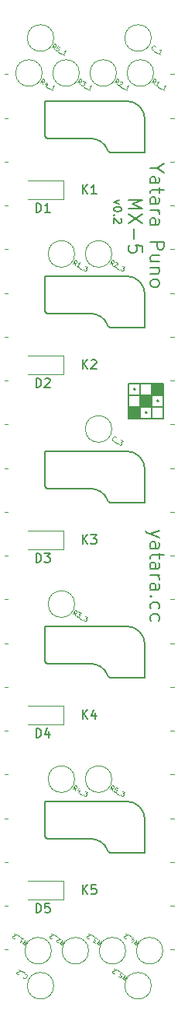
<source format=gto>
%TF.GenerationSoftware,KiCad,Pcbnew,5.0.0+dfsg1-2*%
%TF.CreationDate,2019-02-10T19:22:37+01:00*%
%TF.ProjectId,yatara-puno-mx-5,7961746172612D70756E6F2D6D782D35,0.2*%
%TF.SameCoordinates,Original*%
%TF.FileFunction,Legend,Top*%
%TF.FilePolarity,Positive*%
%FSLAX46Y46*%
G04 Gerber Fmt 4.6, Leading zero omitted, Abs format (unit mm)*
G04 Created by KiCad (PCBNEW 5.0.0+dfsg1-2) date Sun Feb 10 19:22:37 2019*
%MOMM*%
%LPD*%
G01*
G04 APERTURE LIST*
%ADD10C,0.100000*%
%ADD11C,0.200000*%
%ADD12C,0.150000*%
%ADD13C,0.120000*%
%ADD14C,0.125000*%
G04 APERTURE END LIST*
D10*
X83250000Y-33525000D02*
X82890000Y-33525000D01*
X83250000Y-38287500D02*
X82890000Y-38287500D01*
X83250000Y-43050000D02*
X82890000Y-43050000D01*
X83250000Y-47812500D02*
X82890000Y-47812500D01*
X83250000Y-52575000D02*
X82890000Y-52575000D01*
X83250000Y-57337500D02*
X82890000Y-57337500D01*
X83250000Y-62100000D02*
X82890000Y-62100000D01*
X83250000Y-66862500D02*
X82890000Y-66862500D01*
X83250000Y-71625000D02*
X82890000Y-71625000D01*
X83250000Y-76387500D02*
X82890000Y-76387500D01*
X83250000Y-81150000D02*
X82890000Y-81150000D01*
X83250000Y-85912500D02*
X82890000Y-85912500D01*
X83250000Y-90675000D02*
X82890000Y-90675000D01*
X83250000Y-95437500D02*
X82890000Y-95437500D01*
X83250000Y-100200000D02*
X82890000Y-100200000D01*
X83250000Y-104962500D02*
X82890000Y-104962500D01*
X83250000Y-109725000D02*
X82890000Y-109725000D01*
X83250000Y-114487500D02*
X82890000Y-114487500D01*
X83250000Y-119250000D02*
X82890000Y-119250000D01*
X83250000Y-124012500D02*
X82890000Y-124012500D01*
X83250000Y-128775000D02*
X82890000Y-128775000D01*
X64750000Y-33525000D02*
X65110000Y-33525000D01*
X64750000Y-38287500D02*
X65110000Y-38287500D01*
X64750000Y-43050000D02*
X65110000Y-43050000D01*
X64750000Y-47812500D02*
X65110000Y-47812500D01*
X64750000Y-52575000D02*
X65110000Y-52575000D01*
X64750000Y-57337500D02*
X65110000Y-57337500D01*
X64750000Y-62100000D02*
X65110000Y-62100000D01*
X64750000Y-66862500D02*
X65110000Y-66862500D01*
X64750000Y-71625000D02*
X65110000Y-71625000D01*
X64750000Y-76387500D02*
X65110000Y-76387500D01*
X64750000Y-81150000D02*
X65110000Y-81150000D01*
X64750000Y-85912500D02*
X65110000Y-85912500D01*
X64750000Y-90675000D02*
X65110000Y-90675000D01*
X64750000Y-95437500D02*
X65110000Y-95437500D01*
X64750000Y-100200000D02*
X65110000Y-100200000D01*
X64750000Y-104962500D02*
X65110000Y-104962500D01*
X64750000Y-109725000D02*
X65110000Y-109725000D01*
X64750000Y-114487500D02*
X65110000Y-114487500D01*
X64750000Y-119250000D02*
X65110000Y-119250000D01*
X64750000Y-124012500D02*
X65110000Y-124012500D01*
X64750000Y-128775000D02*
X65110000Y-128775000D01*
D11*
X78274428Y-47177857D02*
X79774428Y-47177857D01*
X78703000Y-47677857D01*
X79774428Y-48177857D01*
X78274428Y-48177857D01*
X79774428Y-48749285D02*
X78274428Y-49749285D01*
X79774428Y-49749285D02*
X78274428Y-48749285D01*
X78845857Y-50320714D02*
X78845857Y-51463571D01*
X79774428Y-52892142D02*
X79774428Y-52177857D01*
X79060142Y-52106428D01*
X79131571Y-52177857D01*
X79203000Y-52320714D01*
X79203000Y-52677857D01*
X79131571Y-52820714D01*
X79060142Y-52892142D01*
X78917285Y-52963571D01*
X78560142Y-52963571D01*
X78417285Y-52892142D01*
X78345857Y-52820714D01*
X78274428Y-52677857D01*
X78274428Y-52320714D01*
X78345857Y-52177857D01*
X78417285Y-52106428D01*
X81687428Y-83206428D02*
X80687428Y-83563571D01*
X81687428Y-83920714D02*
X80687428Y-83563571D01*
X80330285Y-83420714D01*
X80258857Y-83349285D01*
X80187428Y-83206428D01*
X80687428Y-85135000D02*
X81473142Y-85135000D01*
X81616000Y-85063571D01*
X81687428Y-84920714D01*
X81687428Y-84635000D01*
X81616000Y-84492142D01*
X80758857Y-85135000D02*
X80687428Y-84992142D01*
X80687428Y-84635000D01*
X80758857Y-84492142D01*
X80901714Y-84420714D01*
X81044571Y-84420714D01*
X81187428Y-84492142D01*
X81258857Y-84635000D01*
X81258857Y-84992142D01*
X81330285Y-85135000D01*
X81687428Y-85635000D02*
X81687428Y-86206428D01*
X82187428Y-85849285D02*
X80901714Y-85849285D01*
X80758857Y-85920714D01*
X80687428Y-86063571D01*
X80687428Y-86206428D01*
X80687428Y-87349285D02*
X81473142Y-87349285D01*
X81616000Y-87277857D01*
X81687428Y-87135000D01*
X81687428Y-86849285D01*
X81616000Y-86706428D01*
X80758857Y-87349285D02*
X80687428Y-87206428D01*
X80687428Y-86849285D01*
X80758857Y-86706428D01*
X80901714Y-86635000D01*
X81044571Y-86635000D01*
X81187428Y-86706428D01*
X81258857Y-86849285D01*
X81258857Y-87206428D01*
X81330285Y-87349285D01*
X80687428Y-88063571D02*
X81687428Y-88063571D01*
X81401714Y-88063571D02*
X81544571Y-88135000D01*
X81616000Y-88206428D01*
X81687428Y-88349285D01*
X81687428Y-88492142D01*
X80687428Y-89635000D02*
X81473142Y-89635000D01*
X81616000Y-89563571D01*
X81687428Y-89420714D01*
X81687428Y-89135000D01*
X81616000Y-88992142D01*
X80758857Y-89635000D02*
X80687428Y-89492142D01*
X80687428Y-89135000D01*
X80758857Y-88992142D01*
X80901714Y-88920714D01*
X81044571Y-88920714D01*
X81187428Y-88992142D01*
X81258857Y-89135000D01*
X81258857Y-89492142D01*
X81330285Y-89635000D01*
X80830285Y-90349285D02*
X80758857Y-90420714D01*
X80687428Y-90349285D01*
X80758857Y-90277857D01*
X80830285Y-90349285D01*
X80687428Y-90349285D01*
X80758857Y-91706428D02*
X80687428Y-91563571D01*
X80687428Y-91277857D01*
X80758857Y-91135000D01*
X80830285Y-91063571D01*
X80973142Y-90992142D01*
X81401714Y-90992142D01*
X81544571Y-91063571D01*
X81616000Y-91135000D01*
X81687428Y-91277857D01*
X81687428Y-91563571D01*
X81616000Y-91706428D01*
X80758857Y-92992142D02*
X80687428Y-92849285D01*
X80687428Y-92563571D01*
X80758857Y-92420714D01*
X80830285Y-92349285D01*
X80973142Y-92277857D01*
X81401714Y-92277857D01*
X81544571Y-92349285D01*
X81616000Y-92420714D01*
X81687428Y-92563571D01*
X81687428Y-92849285D01*
X81616000Y-92992142D01*
D12*
X77240857Y-47213071D02*
X76640857Y-47427357D01*
X77240857Y-47641642D01*
X77540857Y-48155928D02*
X77540857Y-48241642D01*
X77498000Y-48327357D01*
X77455142Y-48370214D01*
X77369428Y-48413071D01*
X77198000Y-48455928D01*
X76983714Y-48455928D01*
X76812285Y-48413071D01*
X76726571Y-48370214D01*
X76683714Y-48327357D01*
X76640857Y-48241642D01*
X76640857Y-48155928D01*
X76683714Y-48070214D01*
X76726571Y-48027357D01*
X76812285Y-47984500D01*
X76983714Y-47941642D01*
X77198000Y-47941642D01*
X77369428Y-47984500D01*
X77455142Y-48027357D01*
X77498000Y-48070214D01*
X77540857Y-48155928D01*
X76726571Y-48841642D02*
X76683714Y-48884500D01*
X76640857Y-48841642D01*
X76683714Y-48798785D01*
X76726571Y-48841642D01*
X76640857Y-48841642D01*
X77455142Y-49227357D02*
X77498000Y-49270214D01*
X77540857Y-49355928D01*
X77540857Y-49570214D01*
X77498000Y-49655928D01*
X77455142Y-49698785D01*
X77369428Y-49741642D01*
X77283714Y-49741642D01*
X77155142Y-49698785D01*
X76640857Y-49184500D01*
X76640857Y-49741642D01*
D11*
X81401714Y-43749285D02*
X80687428Y-43749285D01*
X82187428Y-43249285D02*
X81401714Y-43749285D01*
X82187428Y-44249285D01*
X80687428Y-45392142D02*
X81473142Y-45392142D01*
X81616000Y-45320714D01*
X81687428Y-45177857D01*
X81687428Y-44892142D01*
X81616000Y-44749285D01*
X80758857Y-45392142D02*
X80687428Y-45249285D01*
X80687428Y-44892142D01*
X80758857Y-44749285D01*
X80901714Y-44677857D01*
X81044571Y-44677857D01*
X81187428Y-44749285D01*
X81258857Y-44892142D01*
X81258857Y-45249285D01*
X81330285Y-45392142D01*
X81687428Y-45892142D02*
X81687428Y-46463571D01*
X82187428Y-46106428D02*
X80901714Y-46106428D01*
X80758857Y-46177857D01*
X80687428Y-46320714D01*
X80687428Y-46463571D01*
X80687428Y-47606428D02*
X81473142Y-47606428D01*
X81616000Y-47535000D01*
X81687428Y-47392142D01*
X81687428Y-47106428D01*
X81616000Y-46963571D01*
X80758857Y-47606428D02*
X80687428Y-47463571D01*
X80687428Y-47106428D01*
X80758857Y-46963571D01*
X80901714Y-46892142D01*
X81044571Y-46892142D01*
X81187428Y-46963571D01*
X81258857Y-47106428D01*
X81258857Y-47463571D01*
X81330285Y-47606428D01*
X80687428Y-48320714D02*
X81687428Y-48320714D01*
X81401714Y-48320714D02*
X81544571Y-48392142D01*
X81616000Y-48463571D01*
X81687428Y-48606428D01*
X81687428Y-48749285D01*
X80687428Y-49892142D02*
X81473142Y-49892142D01*
X81616000Y-49820714D01*
X81687428Y-49677857D01*
X81687428Y-49392142D01*
X81616000Y-49249285D01*
X80758857Y-49892142D02*
X80687428Y-49749285D01*
X80687428Y-49392142D01*
X80758857Y-49249285D01*
X80901714Y-49177857D01*
X81044571Y-49177857D01*
X81187428Y-49249285D01*
X81258857Y-49392142D01*
X81258857Y-49749285D01*
X81330285Y-49892142D01*
X80687428Y-51749285D02*
X82187428Y-51749285D01*
X82187428Y-52320714D01*
X82116000Y-52463571D01*
X82044571Y-52535000D01*
X81901714Y-52606428D01*
X81687428Y-52606428D01*
X81544571Y-52535000D01*
X81473142Y-52463571D01*
X81401714Y-52320714D01*
X81401714Y-51749285D01*
X81687428Y-53892142D02*
X80687428Y-53892142D01*
X81687428Y-53249285D02*
X80901714Y-53249285D01*
X80758857Y-53320714D01*
X80687428Y-53463571D01*
X80687428Y-53677857D01*
X80758857Y-53820714D01*
X80830285Y-53892142D01*
X81687428Y-54606428D02*
X80687428Y-54606428D01*
X81544571Y-54606428D02*
X81616000Y-54677857D01*
X81687428Y-54820714D01*
X81687428Y-55035000D01*
X81616000Y-55177857D01*
X81473142Y-55249285D01*
X80687428Y-55249285D01*
X80687428Y-56177857D02*
X80758857Y-56035000D01*
X80830285Y-55963571D01*
X80973142Y-55892142D01*
X81401714Y-55892142D01*
X81544571Y-55963571D01*
X81616000Y-56035000D01*
X81687428Y-56177857D01*
X81687428Y-56392142D01*
X81616000Y-56535000D01*
X81544571Y-56606428D01*
X81401714Y-56677857D01*
X80973142Y-56677857D01*
X80830285Y-56606428D01*
X80758857Y-56535000D01*
X80687428Y-56392142D01*
X80687428Y-56177857D01*
D13*
X71170000Y-47098000D02*
X67270000Y-47098000D01*
X71170000Y-45098000D02*
X67270000Y-45098000D01*
X71170000Y-47098000D02*
X71170000Y-45098000D01*
X71170000Y-66148000D02*
X67270000Y-66148000D01*
X71170000Y-64148000D02*
X67270000Y-64148000D01*
X71170000Y-66148000D02*
X71170000Y-64148000D01*
X71170000Y-85198000D02*
X67270000Y-85198000D01*
X71170000Y-83198000D02*
X67270000Y-83198000D01*
X71170000Y-85198000D02*
X71170000Y-83198000D01*
X71170000Y-104248000D02*
X67270000Y-104248000D01*
X71170000Y-102248000D02*
X67270000Y-102248000D01*
X71170000Y-104248000D02*
X71170000Y-102248000D01*
X71170000Y-123298000D02*
X67270000Y-123298000D01*
X71170000Y-121298000D02*
X67270000Y-121298000D01*
X71170000Y-123298000D02*
X71170000Y-121298000D01*
X72910000Y-33398000D02*
G75*
G03X72910000Y-33398000I-1450000J0D01*
G01*
X68846000Y-33398000D02*
G75*
G03X68846000Y-33398000I-1450000J0D01*
G01*
X81038000Y-33398000D02*
G75*
G03X81038000Y-33398000I-1450000J0D01*
G01*
X76974000Y-33398000D02*
G75*
G03X76974000Y-33398000I-1450000J0D01*
G01*
X72402000Y-110233000D02*
G75*
G03X72402000Y-110233000I-1450000J0D01*
G01*
X80784000Y-132712000D02*
G75*
G03X80784000Y-132712000I-1450000J0D01*
G01*
X76466000Y-110233000D02*
G75*
G03X76466000Y-110233000I-1450000J0D01*
G01*
X70116000Y-29588000D02*
G75*
G03X70116000Y-29588000I-1450000J0D01*
G01*
D12*
X78064000Y-112646000D02*
X69174000Y-112646000D01*
X69174000Y-112646000D02*
X69174000Y-116456000D01*
X80096000Y-118234000D02*
X80096000Y-114678000D01*
X78064000Y-112646000D02*
G75*
G02X80096000Y-114678000I0J-2032000D01*
G01*
X80096000Y-118234000D02*
X76286000Y-118234000D01*
X74127000Y-116710000D02*
X69428000Y-116710000D01*
X69428000Y-116710000D02*
G75*
G02X69174000Y-116456000I0J254000D01*
G01*
X76024035Y-118013796D02*
G75*
G03X74127000Y-116710000I-1897035J-728204D01*
G01*
X76048871Y-118071025D02*
G75*
G03X76286000Y-118234000I237129J91025D01*
G01*
X76048871Y-41871025D02*
G75*
G03X76286000Y-42034000I237129J91025D01*
G01*
X76024035Y-41813796D02*
G75*
G03X74127000Y-40510000I-1897035J-728204D01*
G01*
X69428000Y-40510000D02*
G75*
G02X69174000Y-40256000I0J254000D01*
G01*
X74127000Y-40510000D02*
X69428000Y-40510000D01*
X80096000Y-42034000D02*
X76286000Y-42034000D01*
X78064000Y-36446000D02*
G75*
G02X80096000Y-38478000I0J-2032000D01*
G01*
X80096000Y-42034000D02*
X80096000Y-38478000D01*
X69174000Y-36446000D02*
X69174000Y-40256000D01*
X78064000Y-36446000D02*
X69174000Y-36446000D01*
X78064000Y-93596000D02*
X69174000Y-93596000D01*
X69174000Y-93596000D02*
X69174000Y-97406000D01*
X80096000Y-99184000D02*
X80096000Y-95628000D01*
X78064000Y-93596000D02*
G75*
G02X80096000Y-95628000I0J-2032000D01*
G01*
X80096000Y-99184000D02*
X76286000Y-99184000D01*
X74127000Y-97660000D02*
X69428000Y-97660000D01*
X69428000Y-97660000D02*
G75*
G02X69174000Y-97406000I0J254000D01*
G01*
X76024035Y-98963796D02*
G75*
G03X74127000Y-97660000I-1897035J-728204D01*
G01*
X76048871Y-99021025D02*
G75*
G03X76286000Y-99184000I237129J91025D01*
G01*
X76048871Y-79971025D02*
G75*
G03X76286000Y-80134000I237129J91025D01*
G01*
X76024035Y-79913796D02*
G75*
G03X74127000Y-78610000I-1897035J-728204D01*
G01*
X69428000Y-78610000D02*
G75*
G02X69174000Y-78356000I0J254000D01*
G01*
X74127000Y-78610000D02*
X69428000Y-78610000D01*
X80096000Y-80134000D02*
X76286000Y-80134000D01*
X78064000Y-74546000D02*
G75*
G02X80096000Y-76578000I0J-2032000D01*
G01*
X80096000Y-80134000D02*
X80096000Y-76578000D01*
X69174000Y-74546000D02*
X69174000Y-78356000D01*
X78064000Y-74546000D02*
X69174000Y-74546000D01*
X78064000Y-55496000D02*
X69174000Y-55496000D01*
X69174000Y-55496000D02*
X69174000Y-59306000D01*
X80096000Y-61084000D02*
X80096000Y-57528000D01*
X78064000Y-55496000D02*
G75*
G02X80096000Y-57528000I0J-2032000D01*
G01*
X80096000Y-61084000D02*
X76286000Y-61084000D01*
X74127000Y-59560000D02*
X69428000Y-59560000D01*
X69428000Y-59560000D02*
G75*
G02X69174000Y-59306000I0J254000D01*
G01*
X76024035Y-60863796D02*
G75*
G03X74127000Y-59560000I-1897035J-728204D01*
G01*
X76048871Y-60921025D02*
G75*
G03X76286000Y-61084000I237129J91025D01*
G01*
D13*
X82052000Y-128902000D02*
G75*
G03X82052000Y-128902000I-1450000J0D01*
G01*
X77988000Y-128902000D02*
G75*
G03X77988000Y-128902000I-1450000J0D01*
G01*
X73926000Y-128902000D02*
G75*
G03X73926000Y-128902000I-1450000J0D01*
G01*
X69860000Y-128902000D02*
G75*
G03X69860000Y-128902000I-1450000J0D01*
G01*
X80784000Y-29588000D02*
G75*
G03X80784000Y-29588000I-1450000J0D01*
G01*
X70114000Y-132712000D02*
G75*
G03X70114000Y-132712000I-1450000J0D01*
G01*
X76466000Y-72133000D02*
G75*
G03X76466000Y-72133000I-1450000J0D01*
G01*
X72402000Y-53083000D02*
G75*
G03X72402000Y-53083000I-1450000J0D01*
G01*
X76466000Y-53083000D02*
G75*
G03X76466000Y-53083000I-1450000J0D01*
G01*
X72402000Y-91183000D02*
G75*
G03X72402000Y-91183000I-1450000J0D01*
G01*
D11*
X80323000Y-70355000D02*
G75*
G03X80323000Y-70355000I-100000J0D01*
G01*
X81593000Y-69085000D02*
G75*
G03X81593000Y-69085000I-100000J0D01*
G01*
X79053000Y-67815000D02*
G75*
G03X79053000Y-67815000I-100000J0D01*
G01*
D12*
X82128000Y-69720000D02*
X78318000Y-69720000D01*
X78318000Y-68450000D02*
X82128000Y-68450000D01*
X79588000Y-67180000D02*
X79588000Y-70990000D01*
X80858000Y-67180000D02*
X80858000Y-70990000D01*
X82128000Y-70990000D02*
X82128000Y-67180000D01*
X78318000Y-70990000D02*
X82128000Y-70990000D01*
X78318000Y-67180000D02*
X78318000Y-70990000D01*
X82128000Y-67180000D02*
X78318000Y-67180000D01*
G36*
X79588000Y-69720000D02*
X78318000Y-69720000D01*
X78318000Y-70990000D01*
X79588000Y-70990000D01*
X79588000Y-69720000D01*
G37*
X79588000Y-69720000D02*
X78318000Y-69720000D01*
X78318000Y-70990000D01*
X79588000Y-70990000D01*
X79588000Y-69720000D01*
G36*
X80858000Y-68450000D02*
X79588000Y-68450000D01*
X79588000Y-69720000D01*
X80858000Y-69720000D01*
X80858000Y-68450000D01*
G37*
X80858000Y-68450000D02*
X79588000Y-68450000D01*
X79588000Y-69720000D01*
X80858000Y-69720000D01*
X80858000Y-68450000D01*
G36*
X82128000Y-67180000D02*
X80858000Y-67180000D01*
X80858000Y-68450000D01*
X82128000Y-68450000D01*
X82128000Y-67180000D01*
G37*
X82128000Y-67180000D02*
X80858000Y-67180000D01*
X80858000Y-68450000D01*
X82128000Y-68450000D01*
X82128000Y-67180000D01*
X68181904Y-48550380D02*
X68181904Y-47550380D01*
X68420000Y-47550380D01*
X68562857Y-47598000D01*
X68658095Y-47693238D01*
X68705714Y-47788476D01*
X68753333Y-47978952D01*
X68753333Y-48121809D01*
X68705714Y-48312285D01*
X68658095Y-48407523D01*
X68562857Y-48502761D01*
X68420000Y-48550380D01*
X68181904Y-48550380D01*
X69705714Y-48550380D02*
X69134285Y-48550380D01*
X69420000Y-48550380D02*
X69420000Y-47550380D01*
X69324761Y-47693238D01*
X69229523Y-47788476D01*
X69134285Y-47836095D01*
X68181904Y-67600380D02*
X68181904Y-66600380D01*
X68420000Y-66600380D01*
X68562857Y-66648000D01*
X68658095Y-66743238D01*
X68705714Y-66838476D01*
X68753333Y-67028952D01*
X68753333Y-67171809D01*
X68705714Y-67362285D01*
X68658095Y-67457523D01*
X68562857Y-67552761D01*
X68420000Y-67600380D01*
X68181904Y-67600380D01*
X69134285Y-66695619D02*
X69181904Y-66648000D01*
X69277142Y-66600380D01*
X69515238Y-66600380D01*
X69610476Y-66648000D01*
X69658095Y-66695619D01*
X69705714Y-66790857D01*
X69705714Y-66886095D01*
X69658095Y-67028952D01*
X69086666Y-67600380D01*
X69705714Y-67600380D01*
X68181904Y-86650380D02*
X68181904Y-85650380D01*
X68420000Y-85650380D01*
X68562857Y-85698000D01*
X68658095Y-85793238D01*
X68705714Y-85888476D01*
X68753333Y-86078952D01*
X68753333Y-86221809D01*
X68705714Y-86412285D01*
X68658095Y-86507523D01*
X68562857Y-86602761D01*
X68420000Y-86650380D01*
X68181904Y-86650380D01*
X69086666Y-85650380D02*
X69705714Y-85650380D01*
X69372380Y-86031333D01*
X69515238Y-86031333D01*
X69610476Y-86078952D01*
X69658095Y-86126571D01*
X69705714Y-86221809D01*
X69705714Y-86459904D01*
X69658095Y-86555142D01*
X69610476Y-86602761D01*
X69515238Y-86650380D01*
X69229523Y-86650380D01*
X69134285Y-86602761D01*
X69086666Y-86555142D01*
X68181904Y-105700380D02*
X68181904Y-104700380D01*
X68420000Y-104700380D01*
X68562857Y-104748000D01*
X68658095Y-104843238D01*
X68705714Y-104938476D01*
X68753333Y-105128952D01*
X68753333Y-105271809D01*
X68705714Y-105462285D01*
X68658095Y-105557523D01*
X68562857Y-105652761D01*
X68420000Y-105700380D01*
X68181904Y-105700380D01*
X69610476Y-105033714D02*
X69610476Y-105700380D01*
X69372380Y-104652761D02*
X69134285Y-105367047D01*
X69753333Y-105367047D01*
X68181904Y-124750380D02*
X68181904Y-123750380D01*
X68420000Y-123750380D01*
X68562857Y-123798000D01*
X68658095Y-123893238D01*
X68705714Y-123988476D01*
X68753333Y-124178952D01*
X68753333Y-124321809D01*
X68705714Y-124512285D01*
X68658095Y-124607523D01*
X68562857Y-124702761D01*
X68420000Y-124750380D01*
X68181904Y-124750380D01*
X69658095Y-123750380D02*
X69181904Y-123750380D01*
X69134285Y-124226571D01*
X69181904Y-124178952D01*
X69277142Y-124131333D01*
X69515238Y-124131333D01*
X69610476Y-124178952D01*
X69658095Y-124226571D01*
X69705714Y-124321809D01*
X69705714Y-124559904D01*
X69658095Y-124655142D01*
X69610476Y-124702761D01*
X69515238Y-124750380D01*
X69277142Y-124750380D01*
X69181904Y-124702761D01*
X69134285Y-124655142D01*
D14*
X72935582Y-34607934D02*
X72910292Y-34318404D01*
X72688146Y-34465077D02*
X72938146Y-34032064D01*
X73103103Y-34127302D01*
X73132438Y-34171731D01*
X73141153Y-34204256D01*
X73137963Y-34257400D01*
X73102248Y-34319259D01*
X73057819Y-34348593D01*
X73025295Y-34357308D01*
X72972151Y-34354118D01*
X72807194Y-34258880D01*
X73329919Y-34258254D02*
X73597975Y-34413016D01*
X73358399Y-34494640D01*
X73420258Y-34530355D01*
X73449593Y-34574784D01*
X73458308Y-34607308D01*
X73455118Y-34660452D01*
X73395594Y-34763550D01*
X73351165Y-34792885D01*
X73318640Y-34801600D01*
X73265496Y-34798410D01*
X73141778Y-34726981D01*
X73112444Y-34682552D01*
X73103729Y-34650028D01*
X73406644Y-34934887D02*
X73736558Y-35125364D01*
X74090282Y-35274600D02*
X73842846Y-35131743D01*
X73966564Y-35203172D02*
X74216564Y-34770159D01*
X74139611Y-34808209D01*
X74074562Y-34825638D01*
X74021418Y-34822449D01*
X68871582Y-34607934D02*
X68846292Y-34318404D01*
X68624146Y-34465077D02*
X68874146Y-34032064D01*
X69039103Y-34127302D01*
X69068438Y-34171731D01*
X69077153Y-34204256D01*
X69073963Y-34257400D01*
X69038248Y-34319259D01*
X68993819Y-34348593D01*
X68961295Y-34357308D01*
X68908151Y-34354118D01*
X68743194Y-34258880D01*
X69409402Y-34533544D02*
X69242735Y-34822220D01*
X69401542Y-34309063D02*
X69119872Y-34558834D01*
X69387928Y-34713596D01*
X69342644Y-34934887D02*
X69672558Y-35125364D01*
X70026282Y-35274600D02*
X69778846Y-35131743D01*
X69902564Y-35203172D02*
X70152564Y-34770159D01*
X70075611Y-34808209D01*
X70010562Y-34825638D01*
X69957418Y-34822449D01*
X81063582Y-34607934D02*
X81038292Y-34318404D01*
X80816146Y-34465077D02*
X81066146Y-34032064D01*
X81231103Y-34127302D01*
X81260438Y-34171731D01*
X81269153Y-34204256D01*
X81265963Y-34257400D01*
X81230248Y-34319259D01*
X81185819Y-34348593D01*
X81153295Y-34357308D01*
X81100151Y-34354118D01*
X80935194Y-34258880D01*
X81475975Y-34846029D02*
X81228539Y-34703172D01*
X81352257Y-34774600D02*
X81602257Y-34341588D01*
X81525303Y-34379637D01*
X81460254Y-34397067D01*
X81407110Y-34393877D01*
X81534644Y-34934887D02*
X81864558Y-35125364D01*
X82218282Y-35274600D02*
X81970846Y-35131743D01*
X82094564Y-35203172D02*
X82344564Y-34770159D01*
X82267611Y-34808209D01*
X82202562Y-34825638D01*
X82149418Y-34822449D01*
X76999582Y-34607934D02*
X76974292Y-34318404D01*
X76752146Y-34465077D02*
X77002146Y-34032064D01*
X77167103Y-34127302D01*
X77196438Y-34171731D01*
X77205153Y-34204256D01*
X77201963Y-34257400D01*
X77166248Y-34319259D01*
X77121819Y-34348593D01*
X77089295Y-34357308D01*
X77036151Y-34354118D01*
X76871194Y-34258880D01*
X77390729Y-34311399D02*
X77423254Y-34302684D01*
X77476398Y-34305873D01*
X77579496Y-34365397D01*
X77608831Y-34409826D01*
X77617546Y-34442351D01*
X77614356Y-34495495D01*
X77590546Y-34536734D01*
X77534212Y-34586688D01*
X77143919Y-34691267D01*
X77411975Y-34846029D01*
X77470644Y-34934887D02*
X77800558Y-35125364D01*
X78154282Y-35274600D02*
X77906846Y-35131743D01*
X78030564Y-35203172D02*
X78280564Y-34770159D01*
X78203611Y-34808209D01*
X78138562Y-34825638D01*
X78085418Y-34822449D01*
X72427582Y-111442934D02*
X72402292Y-111153404D01*
X72180146Y-111300077D02*
X72430146Y-110867064D01*
X72595103Y-110962302D01*
X72624438Y-111006731D01*
X72633153Y-111039256D01*
X72629963Y-111092400D01*
X72594248Y-111154259D01*
X72549819Y-111183593D01*
X72517295Y-111192308D01*
X72464151Y-111189118D01*
X72299194Y-111093880D01*
X72965402Y-111368544D02*
X72798735Y-111657220D01*
X72957542Y-111144063D02*
X72675872Y-111393834D01*
X72943928Y-111548596D01*
X72898644Y-111769887D02*
X73228558Y-111960364D01*
X73564227Y-111521826D02*
X73832282Y-111676588D01*
X73592707Y-111758212D01*
X73654566Y-111793926D01*
X73683900Y-111838355D01*
X73692615Y-111870880D01*
X73689425Y-111924024D01*
X73629901Y-112027122D01*
X73585472Y-112056456D01*
X73552948Y-112065171D01*
X73499804Y-112061981D01*
X73376086Y-111990553D01*
X73346751Y-111946124D01*
X73338036Y-111913599D01*
X77858417Y-131502065D02*
X77883707Y-131791595D01*
X78105853Y-131644922D02*
X77855853Y-132077935D01*
X77690896Y-131982697D01*
X77661561Y-131938268D01*
X77652846Y-131905743D01*
X77656036Y-131852599D01*
X77691751Y-131790740D01*
X77736180Y-131761406D01*
X77768704Y-131752691D01*
X77821848Y-131755881D01*
X77986805Y-131851119D01*
X77216644Y-131708887D02*
X77422840Y-131827935D01*
X77562508Y-131633643D01*
X77529983Y-131642358D01*
X77476839Y-131639168D01*
X77373741Y-131579644D01*
X77344406Y-131535215D01*
X77335691Y-131502691D01*
X77338881Y-131449547D01*
X77398405Y-131346449D01*
X77442834Y-131317114D01*
X77475359Y-131308399D01*
X77528503Y-131311589D01*
X77631601Y-131371113D01*
X77660936Y-131415542D01*
X77669651Y-131448066D01*
X77387355Y-131175112D02*
X77057441Y-130984635D01*
X76724962Y-131370029D02*
X76692438Y-131378744D01*
X76639294Y-131375554D01*
X76536195Y-131316030D01*
X76506861Y-131271601D01*
X76498146Y-131239077D01*
X76501336Y-131185933D01*
X76525145Y-131144693D01*
X76581479Y-131094739D01*
X76971772Y-130990160D01*
X76703717Y-130835399D01*
X76491582Y-111442934D02*
X76466292Y-111153404D01*
X76244146Y-111300077D02*
X76494146Y-110867064D01*
X76659103Y-110962302D01*
X76688438Y-111006731D01*
X76697153Y-111039256D01*
X76693963Y-111092400D01*
X76658248Y-111154259D01*
X76613819Y-111183593D01*
X76581295Y-111192308D01*
X76528151Y-111189118D01*
X76363194Y-111093880D01*
X77133355Y-111236112D02*
X76927159Y-111117064D01*
X76787491Y-111311356D01*
X76820016Y-111302641D01*
X76873160Y-111305831D01*
X76976258Y-111365355D01*
X77005593Y-111409784D01*
X77014308Y-111442308D01*
X77011118Y-111495452D01*
X76951594Y-111598550D01*
X76907165Y-111627885D01*
X76874640Y-111636600D01*
X76821496Y-111633410D01*
X76718398Y-111573886D01*
X76689063Y-111529457D01*
X76680348Y-111496933D01*
X76962644Y-111769887D02*
X77292558Y-111960364D01*
X77628227Y-111521826D02*
X77896282Y-111676588D01*
X77656707Y-111758212D01*
X77718566Y-111793926D01*
X77747900Y-111838355D01*
X77756615Y-111870880D01*
X77753425Y-111924024D01*
X77693901Y-112027122D01*
X77649472Y-112056456D01*
X77616948Y-112065171D01*
X77563804Y-112061981D01*
X77440086Y-111990553D01*
X77410751Y-111946124D01*
X77402036Y-111913599D01*
X70141582Y-30797934D02*
X70116292Y-30508404D01*
X69894146Y-30655077D02*
X70144146Y-30222064D01*
X70309103Y-30317302D01*
X70338438Y-30361731D01*
X70347153Y-30394256D01*
X70343963Y-30447400D01*
X70308248Y-30509259D01*
X70263819Y-30538593D01*
X70231295Y-30547308D01*
X70178151Y-30544118D01*
X70013194Y-30448880D01*
X70783355Y-30591112D02*
X70577159Y-30472064D01*
X70437491Y-30666356D01*
X70470016Y-30657641D01*
X70523160Y-30660831D01*
X70626258Y-30720355D01*
X70655593Y-30764784D01*
X70664308Y-30797308D01*
X70661118Y-30850452D01*
X70601594Y-30953550D01*
X70557165Y-30982885D01*
X70524640Y-30991600D01*
X70471496Y-30988410D01*
X70368398Y-30928886D01*
X70339063Y-30884457D01*
X70330348Y-30851933D01*
X70612644Y-31124887D02*
X70942558Y-31315364D01*
X71296282Y-31464600D02*
X71048846Y-31321743D01*
X71172564Y-31393172D02*
X71422564Y-30960159D01*
X71345611Y-30998209D01*
X71280562Y-31015638D01*
X71227418Y-31012449D01*
D12*
X73261904Y-122752380D02*
X73261904Y-121752380D01*
X73833333Y-122752380D02*
X73404761Y-122180952D01*
X73833333Y-121752380D02*
X73261904Y-122323809D01*
X74738095Y-121752380D02*
X74261904Y-121752380D01*
X74214285Y-122228571D01*
X74261904Y-122180952D01*
X74357142Y-122133333D01*
X74595238Y-122133333D01*
X74690476Y-122180952D01*
X74738095Y-122228571D01*
X74785714Y-122323809D01*
X74785714Y-122561904D01*
X74738095Y-122657142D01*
X74690476Y-122704761D01*
X74595238Y-122752380D01*
X74357142Y-122752380D01*
X74261904Y-122704761D01*
X74214285Y-122657142D01*
X73261904Y-46552380D02*
X73261904Y-45552380D01*
X73833333Y-46552380D02*
X73404761Y-45980952D01*
X73833333Y-45552380D02*
X73261904Y-46123809D01*
X74785714Y-46552380D02*
X74214285Y-46552380D01*
X74500000Y-46552380D02*
X74500000Y-45552380D01*
X74404761Y-45695238D01*
X74309523Y-45790476D01*
X74214285Y-45838095D01*
X73261904Y-103702380D02*
X73261904Y-102702380D01*
X73833333Y-103702380D02*
X73404761Y-103130952D01*
X73833333Y-102702380D02*
X73261904Y-103273809D01*
X74690476Y-103035714D02*
X74690476Y-103702380D01*
X74452380Y-102654761D02*
X74214285Y-103369047D01*
X74833333Y-103369047D01*
X73261904Y-84652380D02*
X73261904Y-83652380D01*
X73833333Y-84652380D02*
X73404761Y-84080952D01*
X73833333Y-83652380D02*
X73261904Y-84223809D01*
X74166666Y-83652380D02*
X74785714Y-83652380D01*
X74452380Y-84033333D01*
X74595238Y-84033333D01*
X74690476Y-84080952D01*
X74738095Y-84128571D01*
X74785714Y-84223809D01*
X74785714Y-84461904D01*
X74738095Y-84557142D01*
X74690476Y-84604761D01*
X74595238Y-84652380D01*
X74309523Y-84652380D01*
X74214285Y-84604761D01*
X74166666Y-84557142D01*
X73261904Y-65602380D02*
X73261904Y-64602380D01*
X73833333Y-65602380D02*
X73404761Y-65030952D01*
X73833333Y-64602380D02*
X73261904Y-65173809D01*
X74214285Y-64697619D02*
X74261904Y-64650000D01*
X74357142Y-64602380D01*
X74595238Y-64602380D01*
X74690476Y-64650000D01*
X74738095Y-64697619D01*
X74785714Y-64792857D01*
X74785714Y-64888095D01*
X74738095Y-65030952D01*
X74166666Y-65602380D01*
X74785714Y-65602380D01*
D14*
X79126417Y-127692065D02*
X79151707Y-127981595D01*
X79373853Y-127834922D02*
X79123853Y-128267935D01*
X78958896Y-128172697D01*
X78929561Y-128128268D01*
X78920846Y-128095743D01*
X78924036Y-128042599D01*
X78959751Y-127980740D01*
X79004180Y-127951406D01*
X79036704Y-127942691D01*
X79089848Y-127945881D01*
X79254805Y-128041119D01*
X78588597Y-127766455D02*
X78755264Y-127477779D01*
X78596457Y-127990936D02*
X78878127Y-127741165D01*
X78610071Y-127586403D01*
X78655355Y-127365112D02*
X78325441Y-127174635D01*
X77992962Y-127560029D02*
X77960438Y-127568744D01*
X77907294Y-127565554D01*
X77804195Y-127506030D01*
X77774861Y-127461601D01*
X77766146Y-127429077D01*
X77769336Y-127375933D01*
X77793145Y-127334693D01*
X77849479Y-127284739D01*
X78239772Y-127180160D01*
X77971717Y-127025399D01*
X75062417Y-127692065D02*
X75087707Y-127981595D01*
X75309853Y-127834922D02*
X75059853Y-128267935D01*
X74894896Y-128172697D01*
X74865561Y-128128268D01*
X74856846Y-128095743D01*
X74860036Y-128042599D01*
X74895751Y-127980740D01*
X74940180Y-127951406D01*
X74972704Y-127942691D01*
X75025848Y-127945881D01*
X75190805Y-128041119D01*
X74668080Y-128041745D02*
X74400024Y-127886983D01*
X74639600Y-127805359D01*
X74577741Y-127769644D01*
X74548406Y-127725215D01*
X74539691Y-127692691D01*
X74542881Y-127639547D01*
X74602405Y-127536449D01*
X74646834Y-127507114D01*
X74679359Y-127498399D01*
X74732503Y-127501589D01*
X74856221Y-127573018D01*
X74885555Y-127617447D01*
X74894270Y-127649971D01*
X74591355Y-127365112D02*
X74261441Y-127174635D01*
X73928962Y-127560029D02*
X73896438Y-127568744D01*
X73843294Y-127565554D01*
X73740195Y-127506030D01*
X73710861Y-127461601D01*
X73702146Y-127429077D01*
X73705336Y-127375933D01*
X73729145Y-127334693D01*
X73785479Y-127284739D01*
X74175772Y-127180160D01*
X73907717Y-127025399D01*
X71000417Y-127692065D02*
X71025707Y-127981595D01*
X71247853Y-127834922D02*
X70997853Y-128267935D01*
X70832896Y-128172697D01*
X70803561Y-128128268D01*
X70794846Y-128095743D01*
X70798036Y-128042599D01*
X70833751Y-127980740D01*
X70878180Y-127951406D01*
X70910704Y-127942691D01*
X70963848Y-127945881D01*
X71128805Y-128041119D01*
X70609270Y-127988600D02*
X70576745Y-127997315D01*
X70523601Y-127994126D01*
X70420503Y-127934602D01*
X70391168Y-127890173D01*
X70382453Y-127857648D01*
X70385643Y-127804504D01*
X70409453Y-127763265D01*
X70465787Y-127713311D01*
X70856080Y-127608732D01*
X70588024Y-127453970D01*
X70529355Y-127365112D02*
X70199441Y-127174635D01*
X69866962Y-127560029D02*
X69834438Y-127568744D01*
X69781294Y-127565554D01*
X69678195Y-127506030D01*
X69648861Y-127461601D01*
X69640146Y-127429077D01*
X69643336Y-127375933D01*
X69667145Y-127334693D01*
X69723479Y-127284739D01*
X70113772Y-127180160D01*
X69845717Y-127025399D01*
X66934417Y-127692065D02*
X66959707Y-127981595D01*
X67181853Y-127834922D02*
X66931853Y-128267935D01*
X66766896Y-128172697D01*
X66737561Y-128128268D01*
X66728846Y-128095743D01*
X66732036Y-128042599D01*
X66767751Y-127980740D01*
X66812180Y-127951406D01*
X66844704Y-127942691D01*
X66897848Y-127945881D01*
X67062805Y-128041119D01*
X66522024Y-127453970D02*
X66769460Y-127596827D01*
X66645742Y-127525399D02*
X66395742Y-127958411D01*
X66472696Y-127920362D01*
X66537745Y-127902932D01*
X66590889Y-127906122D01*
X66463355Y-127365112D02*
X66133441Y-127174635D01*
X65800962Y-127560029D02*
X65768438Y-127568744D01*
X65715294Y-127565554D01*
X65612195Y-127506030D01*
X65582861Y-127461601D01*
X65574146Y-127429077D01*
X65577336Y-127375933D01*
X65601145Y-127334693D01*
X65657479Y-127284739D01*
X66047772Y-127180160D01*
X65779717Y-127025399D01*
X81039588Y-30875742D02*
X81007063Y-30884457D01*
X80933300Y-30869362D01*
X80892060Y-30845553D01*
X80842106Y-30789219D01*
X80824676Y-30724170D01*
X80827866Y-30671026D01*
X80854866Y-30576643D01*
X80890580Y-30514784D01*
X80958819Y-30444210D01*
X81003248Y-30414875D01*
X81068297Y-30397446D01*
X81142060Y-30412540D01*
X81183300Y-30436350D01*
X81233254Y-30492684D01*
X81241969Y-30525208D01*
X81074447Y-31005840D02*
X81404362Y-31196316D01*
X81758086Y-31345553D02*
X81510650Y-31202696D01*
X81634368Y-31274124D02*
X81884368Y-30841112D01*
X81807414Y-30879161D01*
X81742365Y-30896591D01*
X81689221Y-30893401D01*
X66958411Y-131424257D02*
X66990936Y-131415542D01*
X67064699Y-131430637D01*
X67105939Y-131454446D01*
X67155893Y-131510780D01*
X67173323Y-131575829D01*
X67170133Y-131628973D01*
X67143133Y-131723356D01*
X67107419Y-131785215D01*
X67039180Y-131855789D01*
X66994751Y-131885124D01*
X66929702Y-131902553D01*
X66855939Y-131887459D01*
X66814699Y-131863649D01*
X66764745Y-131807315D01*
X66756030Y-131774791D01*
X66923552Y-131294159D02*
X66593637Y-131103683D01*
X66261159Y-131489077D02*
X66228634Y-131497792D01*
X66175490Y-131494602D01*
X66072392Y-131435078D01*
X66043057Y-131390649D01*
X66034342Y-131358124D01*
X66037532Y-131304980D01*
X66061342Y-131263741D01*
X66117676Y-131213787D01*
X66507969Y-131109208D01*
X66239913Y-130954446D01*
X76721588Y-73420742D02*
X76689063Y-73429457D01*
X76615300Y-73414362D01*
X76574060Y-73390553D01*
X76524106Y-73334219D01*
X76506676Y-73269170D01*
X76509866Y-73216026D01*
X76536866Y-73121643D01*
X76572580Y-73059784D01*
X76640819Y-72989210D01*
X76685248Y-72959875D01*
X76750297Y-72942446D01*
X76824060Y-72957540D01*
X76865300Y-72981350D01*
X76915254Y-73037684D01*
X76923969Y-73070208D01*
X76756447Y-73550840D02*
X77086362Y-73741316D01*
X77422030Y-73302778D02*
X77690086Y-73457540D01*
X77450510Y-73539164D01*
X77512369Y-73574878D01*
X77541704Y-73619308D01*
X77550418Y-73651832D01*
X77547229Y-73704976D01*
X77487705Y-73808074D01*
X77443276Y-73837409D01*
X77410751Y-73846124D01*
X77357607Y-73842934D01*
X77233889Y-73771505D01*
X77204555Y-73727076D01*
X77195840Y-73694552D01*
X72427582Y-54292934D02*
X72402292Y-54003404D01*
X72180146Y-54150077D02*
X72430146Y-53717064D01*
X72595103Y-53812302D01*
X72624438Y-53856731D01*
X72633153Y-53889256D01*
X72629963Y-53942400D01*
X72594248Y-54004259D01*
X72549819Y-54033593D01*
X72517295Y-54042308D01*
X72464151Y-54039118D01*
X72299194Y-53943880D01*
X72839975Y-54531029D02*
X72592539Y-54388172D01*
X72716257Y-54459600D02*
X72966257Y-54026588D01*
X72889303Y-54064637D01*
X72824254Y-54082067D01*
X72771110Y-54078877D01*
X72898644Y-54619887D02*
X73228558Y-54810364D01*
X73564227Y-54371826D02*
X73832282Y-54526588D01*
X73592707Y-54608212D01*
X73654566Y-54643926D01*
X73683900Y-54688355D01*
X73692615Y-54720880D01*
X73689425Y-54774024D01*
X73629901Y-54877122D01*
X73585472Y-54906456D01*
X73552948Y-54915171D01*
X73499804Y-54911981D01*
X73376086Y-54840553D01*
X73346751Y-54796124D01*
X73338036Y-54763599D01*
X76491582Y-54292934D02*
X76466292Y-54003404D01*
X76244146Y-54150077D02*
X76494146Y-53717064D01*
X76659103Y-53812302D01*
X76688438Y-53856731D01*
X76697153Y-53889256D01*
X76693963Y-53942400D01*
X76658248Y-54004259D01*
X76613819Y-54033593D01*
X76581295Y-54042308D01*
X76528151Y-54039118D01*
X76363194Y-53943880D01*
X76882729Y-53996399D02*
X76915254Y-53987684D01*
X76968398Y-53990873D01*
X77071496Y-54050397D01*
X77100831Y-54094826D01*
X77109546Y-54127351D01*
X77106356Y-54180495D01*
X77082546Y-54221734D01*
X77026212Y-54271688D01*
X76635919Y-54376267D01*
X76903975Y-54531029D01*
X76962644Y-54619887D02*
X77292558Y-54810364D01*
X77628227Y-54371826D02*
X77896282Y-54526588D01*
X77656707Y-54608212D01*
X77718566Y-54643926D01*
X77747900Y-54688355D01*
X77756615Y-54720880D01*
X77753425Y-54774024D01*
X77693901Y-54877122D01*
X77649472Y-54906456D01*
X77616948Y-54915171D01*
X77563804Y-54911981D01*
X77440086Y-54840553D01*
X77410751Y-54796124D01*
X77402036Y-54763599D01*
X72427582Y-92392934D02*
X72402292Y-92103404D01*
X72180146Y-92250077D02*
X72430146Y-91817064D01*
X72595103Y-91912302D01*
X72624438Y-91956731D01*
X72633153Y-91989256D01*
X72629963Y-92042400D01*
X72594248Y-92104259D01*
X72549819Y-92133593D01*
X72517295Y-92142308D01*
X72464151Y-92139118D01*
X72299194Y-92043880D01*
X72821919Y-92043254D02*
X73089975Y-92198016D01*
X72850399Y-92279640D01*
X72912258Y-92315355D01*
X72941593Y-92359784D01*
X72950308Y-92392308D01*
X72947118Y-92445452D01*
X72887594Y-92548550D01*
X72843165Y-92577885D01*
X72810640Y-92586600D01*
X72757496Y-92583410D01*
X72633778Y-92511981D01*
X72604444Y-92467552D01*
X72595729Y-92435028D01*
X72898644Y-92719887D02*
X73228558Y-92910364D01*
X73564227Y-92471826D02*
X73832282Y-92626588D01*
X73592707Y-92708212D01*
X73654566Y-92743926D01*
X73683900Y-92788355D01*
X73692615Y-92820880D01*
X73689425Y-92874024D01*
X73629901Y-92977122D01*
X73585472Y-93006456D01*
X73552948Y-93015171D01*
X73499804Y-93011981D01*
X73376086Y-92940553D01*
X73346751Y-92896124D01*
X73338036Y-92863599D01*
D12*
M02*

</source>
